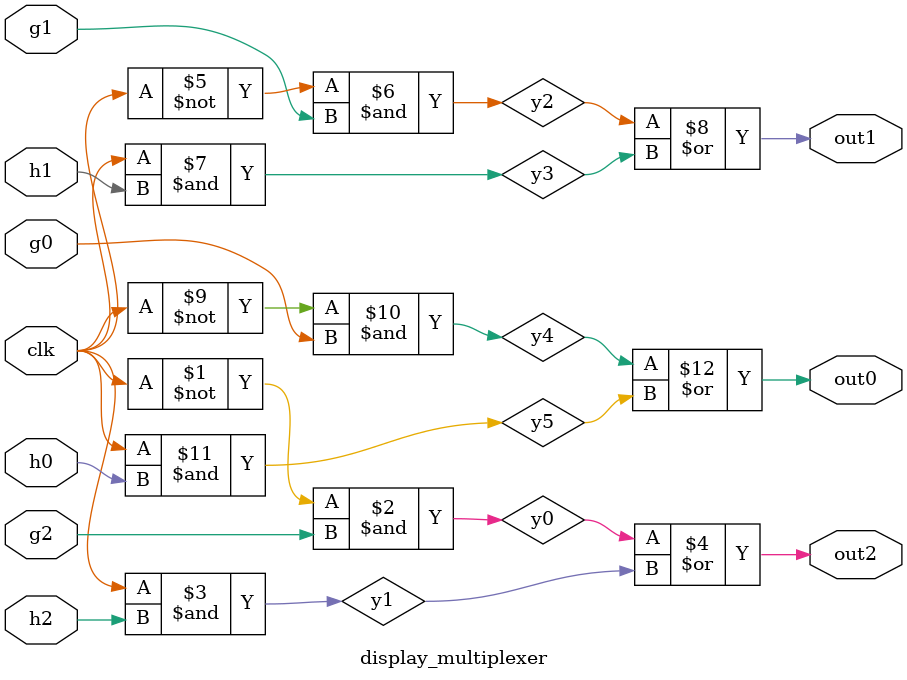
<source format=v>
module display_multiplexer (
	input clk, g2, g1, g0, h2, h1, h0,
	output out2, out1, out0);
	
	and (y0, ~clk, g2);
	and (y1, clk, h2);
	or (out2, y0, y1);
	
	and (y2, ~clk, g1);
	and (y3, clk, h1);
	or (out1, y2, y3);
	
	and (y4, ~clk, g0);
	and (y5, clk, h0);
	or (out0, y4, y5);
	
endmodule 
</source>
